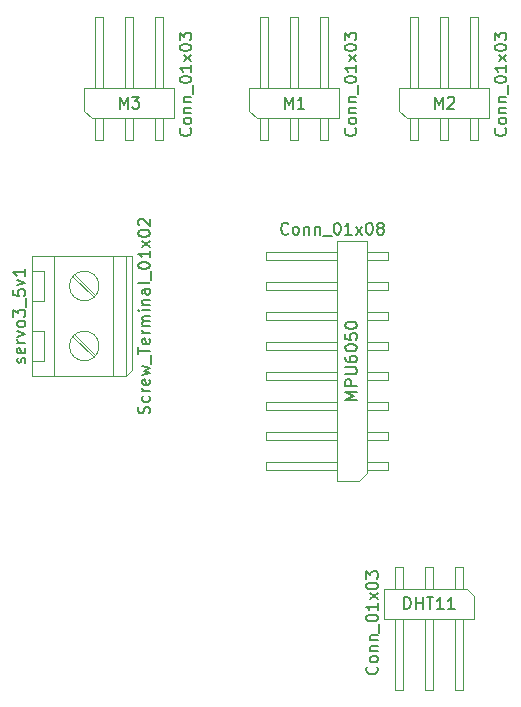
<source format=gbr>
G04 #@! TF.GenerationSoftware,KiCad,Pcbnew,(5.1.5)-3*
G04 #@! TF.CreationDate,2020-03-16T13:29:13+00:00*
G04 #@! TF.ProjectId,pcb schem,70636220-7363-4686-956d-2e6b69636164,rev?*
G04 #@! TF.SameCoordinates,Original*
G04 #@! TF.FileFunction,Other,Fab,Top*
%FSLAX46Y46*%
G04 Gerber Fmt 4.6, Leading zero omitted, Abs format (unit mm)*
G04 Created by KiCad (PCBNEW (5.1.5)-3) date 2020-03-16 13:29:13*
%MOMM*%
%LPD*%
G04 APERTURE LIST*
%ADD10C,0.100000*%
%ADD11C,0.150000*%
G04 APERTURE END LIST*
D10*
X131850000Y-83500000D02*
X125850000Y-83500000D01*
X125850000Y-84140000D02*
X125850000Y-83500000D01*
X131850000Y-84140000D02*
X125850000Y-84140000D01*
X136210000Y-83500000D02*
X134390000Y-83500000D01*
X136210000Y-84140000D02*
X136210000Y-83500000D01*
X136210000Y-84140000D02*
X134390000Y-84140000D01*
X131850000Y-86040000D02*
X125850000Y-86040000D01*
X125850000Y-86680000D02*
X125850000Y-86040000D01*
X131850000Y-86680000D02*
X125850000Y-86680000D01*
X136210000Y-86040000D02*
X134390000Y-86040000D01*
X136210000Y-86680000D02*
X136210000Y-86040000D01*
X136210000Y-86680000D02*
X134390000Y-86680000D01*
X131850000Y-88580000D02*
X125850000Y-88580000D01*
X125850000Y-89220000D02*
X125850000Y-88580000D01*
X131850000Y-89220000D02*
X125850000Y-89220000D01*
X136210000Y-88580000D02*
X134390000Y-88580000D01*
X136210000Y-89220000D02*
X136210000Y-88580000D01*
X136210000Y-89220000D02*
X134390000Y-89220000D01*
X131850000Y-91120000D02*
X125850000Y-91120000D01*
X125850000Y-91760000D02*
X125850000Y-91120000D01*
X131850000Y-91760000D02*
X125850000Y-91760000D01*
X136210000Y-91120000D02*
X134390000Y-91120000D01*
X136210000Y-91760000D02*
X136210000Y-91120000D01*
X136210000Y-91760000D02*
X134390000Y-91760000D01*
X131850000Y-93660000D02*
X125850000Y-93660000D01*
X125850000Y-94300000D02*
X125850000Y-93660000D01*
X131850000Y-94300000D02*
X125850000Y-94300000D01*
X136210000Y-93660000D02*
X134390000Y-93660000D01*
X136210000Y-94300000D02*
X136210000Y-93660000D01*
X136210000Y-94300000D02*
X134390000Y-94300000D01*
X131850000Y-96200000D02*
X125850000Y-96200000D01*
X125850000Y-96840000D02*
X125850000Y-96200000D01*
X131850000Y-96840000D02*
X125850000Y-96840000D01*
X136210000Y-96200000D02*
X134390000Y-96200000D01*
X136210000Y-96840000D02*
X136210000Y-96200000D01*
X136210000Y-96840000D02*
X134390000Y-96840000D01*
X131850000Y-98740000D02*
X125850000Y-98740000D01*
X125850000Y-99380000D02*
X125850000Y-98740000D01*
X131850000Y-99380000D02*
X125850000Y-99380000D01*
X136210000Y-98740000D02*
X134390000Y-98740000D01*
X136210000Y-99380000D02*
X136210000Y-98740000D01*
X136210000Y-99380000D02*
X134390000Y-99380000D01*
X131850000Y-101280000D02*
X125850000Y-101280000D01*
X125850000Y-101920000D02*
X125850000Y-101280000D01*
X131850000Y-101920000D02*
X125850000Y-101920000D01*
X136210000Y-101280000D02*
X134390000Y-101280000D01*
X136210000Y-101920000D02*
X136210000Y-101280000D01*
X136210000Y-101920000D02*
X134390000Y-101920000D01*
X134390000Y-102235000D02*
X133755000Y-102870000D01*
X134390000Y-82550000D02*
X134390000Y-102235000D01*
X131850000Y-82550000D02*
X134390000Y-82550000D01*
X131850000Y-102870000D02*
X131850000Y-82550000D01*
X133755000Y-102870000D02*
X131850000Y-102870000D01*
X106090000Y-85110000D02*
X106090000Y-87610000D01*
X107090000Y-85110000D02*
X106090000Y-85110000D01*
X107090000Y-87610000D02*
X107090000Y-85110000D01*
X106090000Y-87610000D02*
X107090000Y-87610000D01*
X109542000Y-85564000D02*
X111286000Y-87308000D01*
X109694000Y-85411000D02*
X111438000Y-87155000D01*
X106090000Y-90190000D02*
X106090000Y-92690000D01*
X107090000Y-90190000D02*
X106090000Y-90190000D01*
X107090000Y-92690000D02*
X107090000Y-90190000D01*
X106090000Y-92690000D02*
X107090000Y-92690000D01*
X109542000Y-90644000D02*
X111286000Y-92389000D01*
X109694000Y-90491000D02*
X111438000Y-92236000D01*
X107940000Y-93980000D02*
X107940000Y-83820000D01*
X112940000Y-93980000D02*
X112940000Y-83820000D01*
X114040000Y-93980000D02*
X114040000Y-83820000D01*
X114040000Y-93980000D02*
X106090000Y-93980000D01*
X114540000Y-93480000D02*
X114040000Y-93980000D01*
X114540000Y-83820000D02*
X114540000Y-93480000D01*
X106090000Y-83820000D02*
X114540000Y-83820000D01*
X106090000Y-93980000D02*
X106090000Y-83820000D01*
X111740000Y-86360000D02*
G75*
G03X111740000Y-86360000I-1250000J0D01*
G01*
X111740000Y-91440000D02*
G75*
G03X111740000Y-91440000I-1250000J0D01*
G01*
X117160000Y-69620000D02*
X117160000Y-63620000D01*
X116520000Y-63620000D02*
X117160000Y-63620000D01*
X116520000Y-69620000D02*
X116520000Y-63620000D01*
X117160000Y-73980000D02*
X117160000Y-72160000D01*
X116520000Y-73980000D02*
X117160000Y-73980000D01*
X116520000Y-73980000D02*
X116520000Y-72160000D01*
X114620000Y-69620000D02*
X114620000Y-63620000D01*
X113980000Y-63620000D02*
X114620000Y-63620000D01*
X113980000Y-69620000D02*
X113980000Y-63620000D01*
X114620000Y-73980000D02*
X114620000Y-72160000D01*
X113980000Y-73980000D02*
X114620000Y-73980000D01*
X113980000Y-73980000D02*
X113980000Y-72160000D01*
X112080000Y-69620000D02*
X112080000Y-63620000D01*
X111440000Y-63620000D02*
X112080000Y-63620000D01*
X111440000Y-69620000D02*
X111440000Y-63620000D01*
X112080000Y-73980000D02*
X112080000Y-72160000D01*
X111440000Y-73980000D02*
X112080000Y-73980000D01*
X111440000Y-73980000D02*
X111440000Y-72160000D01*
X111125000Y-72160000D02*
X110490000Y-71525000D01*
X118110000Y-72160000D02*
X111125000Y-72160000D01*
X118110000Y-69620000D02*
X118110000Y-72160000D01*
X110490000Y-69620000D02*
X118110000Y-69620000D01*
X110490000Y-71525000D02*
X110490000Y-69620000D01*
X143830000Y-69620000D02*
X143830000Y-63620000D01*
X143190000Y-63620000D02*
X143830000Y-63620000D01*
X143190000Y-69620000D02*
X143190000Y-63620000D01*
X143830000Y-73980000D02*
X143830000Y-72160000D01*
X143190000Y-73980000D02*
X143830000Y-73980000D01*
X143190000Y-73980000D02*
X143190000Y-72160000D01*
X141290000Y-69620000D02*
X141290000Y-63620000D01*
X140650000Y-63620000D02*
X141290000Y-63620000D01*
X140650000Y-69620000D02*
X140650000Y-63620000D01*
X141290000Y-73980000D02*
X141290000Y-72160000D01*
X140650000Y-73980000D02*
X141290000Y-73980000D01*
X140650000Y-73980000D02*
X140650000Y-72160000D01*
X138750000Y-69620000D02*
X138750000Y-63620000D01*
X138110000Y-63620000D02*
X138750000Y-63620000D01*
X138110000Y-69620000D02*
X138110000Y-63620000D01*
X138750000Y-73980000D02*
X138750000Y-72160000D01*
X138110000Y-73980000D02*
X138750000Y-73980000D01*
X138110000Y-73980000D02*
X138110000Y-72160000D01*
X137795000Y-72160000D02*
X137160000Y-71525000D01*
X144780000Y-72160000D02*
X137795000Y-72160000D01*
X144780000Y-69620000D02*
X144780000Y-72160000D01*
X137160000Y-69620000D02*
X144780000Y-69620000D01*
X137160000Y-71525000D02*
X137160000Y-69620000D01*
X131130000Y-69620000D02*
X131130000Y-63620000D01*
X130490000Y-63620000D02*
X131130000Y-63620000D01*
X130490000Y-69620000D02*
X130490000Y-63620000D01*
X131130000Y-73980000D02*
X131130000Y-72160000D01*
X130490000Y-73980000D02*
X131130000Y-73980000D01*
X130490000Y-73980000D02*
X130490000Y-72160000D01*
X128590000Y-69620000D02*
X128590000Y-63620000D01*
X127950000Y-63620000D02*
X128590000Y-63620000D01*
X127950000Y-69620000D02*
X127950000Y-63620000D01*
X128590000Y-73980000D02*
X128590000Y-72160000D01*
X127950000Y-73980000D02*
X128590000Y-73980000D01*
X127950000Y-73980000D02*
X127950000Y-72160000D01*
X126050000Y-69620000D02*
X126050000Y-63620000D01*
X125410000Y-63620000D02*
X126050000Y-63620000D01*
X125410000Y-69620000D02*
X125410000Y-63620000D01*
X126050000Y-73980000D02*
X126050000Y-72160000D01*
X125410000Y-73980000D02*
X126050000Y-73980000D01*
X125410000Y-73980000D02*
X125410000Y-72160000D01*
X125095000Y-72160000D02*
X124460000Y-71525000D01*
X132080000Y-72160000D02*
X125095000Y-72160000D01*
X132080000Y-69620000D02*
X132080000Y-72160000D01*
X124460000Y-69620000D02*
X132080000Y-69620000D01*
X124460000Y-71525000D02*
X124460000Y-69620000D01*
X136840000Y-114530000D02*
X136840000Y-120530000D01*
X137480000Y-120530000D02*
X136840000Y-120530000D01*
X137480000Y-114530000D02*
X137480000Y-120530000D01*
X136840000Y-110170000D02*
X136840000Y-111990000D01*
X137480000Y-110170000D02*
X136840000Y-110170000D01*
X137480000Y-110170000D02*
X137480000Y-111990000D01*
X139380000Y-114530000D02*
X139380000Y-120530000D01*
X140020000Y-120530000D02*
X139380000Y-120530000D01*
X140020000Y-114530000D02*
X140020000Y-120530000D01*
X139380000Y-110170000D02*
X139380000Y-111990000D01*
X140020000Y-110170000D02*
X139380000Y-110170000D01*
X140020000Y-110170000D02*
X140020000Y-111990000D01*
X141920000Y-114530000D02*
X141920000Y-120530000D01*
X142560000Y-120530000D02*
X141920000Y-120530000D01*
X142560000Y-114530000D02*
X142560000Y-120530000D01*
X141920000Y-110170000D02*
X141920000Y-111990000D01*
X142560000Y-110170000D02*
X141920000Y-110170000D01*
X142560000Y-110170000D02*
X142560000Y-111990000D01*
X142875000Y-111990000D02*
X143510000Y-112625000D01*
X135890000Y-111990000D02*
X142875000Y-111990000D01*
X135890000Y-114530000D02*
X135890000Y-111990000D01*
X143510000Y-114530000D02*
X135890000Y-114530000D01*
X143510000Y-112625000D02*
X143510000Y-114530000D01*
D11*
X127766904Y-81907142D02*
X127719285Y-81954761D01*
X127576428Y-82002380D01*
X127481190Y-82002380D01*
X127338333Y-81954761D01*
X127243095Y-81859523D01*
X127195476Y-81764285D01*
X127147857Y-81573809D01*
X127147857Y-81430952D01*
X127195476Y-81240476D01*
X127243095Y-81145238D01*
X127338333Y-81050000D01*
X127481190Y-81002380D01*
X127576428Y-81002380D01*
X127719285Y-81050000D01*
X127766904Y-81097619D01*
X128338333Y-82002380D02*
X128243095Y-81954761D01*
X128195476Y-81907142D01*
X128147857Y-81811904D01*
X128147857Y-81526190D01*
X128195476Y-81430952D01*
X128243095Y-81383333D01*
X128338333Y-81335714D01*
X128481190Y-81335714D01*
X128576428Y-81383333D01*
X128624047Y-81430952D01*
X128671666Y-81526190D01*
X128671666Y-81811904D01*
X128624047Y-81907142D01*
X128576428Y-81954761D01*
X128481190Y-82002380D01*
X128338333Y-82002380D01*
X129100238Y-81335714D02*
X129100238Y-82002380D01*
X129100238Y-81430952D02*
X129147857Y-81383333D01*
X129243095Y-81335714D01*
X129385952Y-81335714D01*
X129481190Y-81383333D01*
X129528809Y-81478571D01*
X129528809Y-82002380D01*
X130005000Y-81335714D02*
X130005000Y-82002380D01*
X130005000Y-81430952D02*
X130052619Y-81383333D01*
X130147857Y-81335714D01*
X130290714Y-81335714D01*
X130385952Y-81383333D01*
X130433571Y-81478571D01*
X130433571Y-82002380D01*
X130671666Y-82097619D02*
X131433571Y-82097619D01*
X131862142Y-81002380D02*
X131957380Y-81002380D01*
X132052619Y-81050000D01*
X132100238Y-81097619D01*
X132147857Y-81192857D01*
X132195476Y-81383333D01*
X132195476Y-81621428D01*
X132147857Y-81811904D01*
X132100238Y-81907142D01*
X132052619Y-81954761D01*
X131957380Y-82002380D01*
X131862142Y-82002380D01*
X131766904Y-81954761D01*
X131719285Y-81907142D01*
X131671666Y-81811904D01*
X131624047Y-81621428D01*
X131624047Y-81383333D01*
X131671666Y-81192857D01*
X131719285Y-81097619D01*
X131766904Y-81050000D01*
X131862142Y-81002380D01*
X133147857Y-82002380D02*
X132576428Y-82002380D01*
X132862142Y-82002380D02*
X132862142Y-81002380D01*
X132766904Y-81145238D01*
X132671666Y-81240476D01*
X132576428Y-81288095D01*
X133481190Y-82002380D02*
X134005000Y-81335714D01*
X133481190Y-81335714D02*
X134005000Y-82002380D01*
X134576428Y-81002380D02*
X134671666Y-81002380D01*
X134766904Y-81050000D01*
X134814523Y-81097619D01*
X134862142Y-81192857D01*
X134909761Y-81383333D01*
X134909761Y-81621428D01*
X134862142Y-81811904D01*
X134814523Y-81907142D01*
X134766904Y-81954761D01*
X134671666Y-82002380D01*
X134576428Y-82002380D01*
X134481190Y-81954761D01*
X134433571Y-81907142D01*
X134385952Y-81811904D01*
X134338333Y-81621428D01*
X134338333Y-81383333D01*
X134385952Y-81192857D01*
X134433571Y-81097619D01*
X134481190Y-81050000D01*
X134576428Y-81002380D01*
X135481190Y-81430952D02*
X135385952Y-81383333D01*
X135338333Y-81335714D01*
X135290714Y-81240476D01*
X135290714Y-81192857D01*
X135338333Y-81097619D01*
X135385952Y-81050000D01*
X135481190Y-81002380D01*
X135671666Y-81002380D01*
X135766904Y-81050000D01*
X135814523Y-81097619D01*
X135862142Y-81192857D01*
X135862142Y-81240476D01*
X135814523Y-81335714D01*
X135766904Y-81383333D01*
X135671666Y-81430952D01*
X135481190Y-81430952D01*
X135385952Y-81478571D01*
X135338333Y-81526190D01*
X135290714Y-81621428D01*
X135290714Y-81811904D01*
X135338333Y-81907142D01*
X135385952Y-81954761D01*
X135481190Y-82002380D01*
X135671666Y-82002380D01*
X135766904Y-81954761D01*
X135814523Y-81907142D01*
X135862142Y-81811904D01*
X135862142Y-81621428D01*
X135814523Y-81526190D01*
X135766904Y-81478571D01*
X135671666Y-81430952D01*
X133572380Y-95971904D02*
X132572380Y-95971904D01*
X133286666Y-95638571D01*
X132572380Y-95305238D01*
X133572380Y-95305238D01*
X133572380Y-94829047D02*
X132572380Y-94829047D01*
X132572380Y-94448095D01*
X132620000Y-94352857D01*
X132667619Y-94305238D01*
X132762857Y-94257619D01*
X132905714Y-94257619D01*
X133000952Y-94305238D01*
X133048571Y-94352857D01*
X133096190Y-94448095D01*
X133096190Y-94829047D01*
X132572380Y-93829047D02*
X133381904Y-93829047D01*
X133477142Y-93781428D01*
X133524761Y-93733809D01*
X133572380Y-93638571D01*
X133572380Y-93448095D01*
X133524761Y-93352857D01*
X133477142Y-93305238D01*
X133381904Y-93257619D01*
X132572380Y-93257619D01*
X132572380Y-92352857D02*
X132572380Y-92543333D01*
X132620000Y-92638571D01*
X132667619Y-92686190D01*
X132810476Y-92781428D01*
X133000952Y-92829047D01*
X133381904Y-92829047D01*
X133477142Y-92781428D01*
X133524761Y-92733809D01*
X133572380Y-92638571D01*
X133572380Y-92448095D01*
X133524761Y-92352857D01*
X133477142Y-92305238D01*
X133381904Y-92257619D01*
X133143809Y-92257619D01*
X133048571Y-92305238D01*
X133000952Y-92352857D01*
X132953333Y-92448095D01*
X132953333Y-92638571D01*
X133000952Y-92733809D01*
X133048571Y-92781428D01*
X133143809Y-92829047D01*
X132572380Y-91638571D02*
X132572380Y-91543333D01*
X132620000Y-91448095D01*
X132667619Y-91400476D01*
X132762857Y-91352857D01*
X132953333Y-91305238D01*
X133191428Y-91305238D01*
X133381904Y-91352857D01*
X133477142Y-91400476D01*
X133524761Y-91448095D01*
X133572380Y-91543333D01*
X133572380Y-91638571D01*
X133524761Y-91733809D01*
X133477142Y-91781428D01*
X133381904Y-91829047D01*
X133191428Y-91876666D01*
X132953333Y-91876666D01*
X132762857Y-91829047D01*
X132667619Y-91781428D01*
X132620000Y-91733809D01*
X132572380Y-91638571D01*
X132572380Y-90400476D02*
X132572380Y-90876666D01*
X133048571Y-90924285D01*
X133000952Y-90876666D01*
X132953333Y-90781428D01*
X132953333Y-90543333D01*
X133000952Y-90448095D01*
X133048571Y-90400476D01*
X133143809Y-90352857D01*
X133381904Y-90352857D01*
X133477142Y-90400476D01*
X133524761Y-90448095D01*
X133572380Y-90543333D01*
X133572380Y-90781428D01*
X133524761Y-90876666D01*
X133477142Y-90924285D01*
X132572380Y-89733809D02*
X132572380Y-89638571D01*
X132620000Y-89543333D01*
X132667619Y-89495714D01*
X132762857Y-89448095D01*
X132953333Y-89400476D01*
X133191428Y-89400476D01*
X133381904Y-89448095D01*
X133477142Y-89495714D01*
X133524761Y-89543333D01*
X133572380Y-89638571D01*
X133572380Y-89733809D01*
X133524761Y-89829047D01*
X133477142Y-89876666D01*
X133381904Y-89924285D01*
X133191428Y-89971904D01*
X132953333Y-89971904D01*
X132762857Y-89924285D01*
X132667619Y-89876666D01*
X132620000Y-89829047D01*
X132572380Y-89733809D01*
X116004761Y-97138095D02*
X116052380Y-96995238D01*
X116052380Y-96757142D01*
X116004761Y-96661904D01*
X115957142Y-96614285D01*
X115861904Y-96566666D01*
X115766666Y-96566666D01*
X115671428Y-96614285D01*
X115623809Y-96661904D01*
X115576190Y-96757142D01*
X115528571Y-96947619D01*
X115480952Y-97042857D01*
X115433333Y-97090476D01*
X115338095Y-97138095D01*
X115242857Y-97138095D01*
X115147619Y-97090476D01*
X115100000Y-97042857D01*
X115052380Y-96947619D01*
X115052380Y-96709523D01*
X115100000Y-96566666D01*
X116004761Y-95709523D02*
X116052380Y-95804761D01*
X116052380Y-95995238D01*
X116004761Y-96090476D01*
X115957142Y-96138095D01*
X115861904Y-96185714D01*
X115576190Y-96185714D01*
X115480952Y-96138095D01*
X115433333Y-96090476D01*
X115385714Y-95995238D01*
X115385714Y-95804761D01*
X115433333Y-95709523D01*
X116052380Y-95280952D02*
X115385714Y-95280952D01*
X115576190Y-95280952D02*
X115480952Y-95233333D01*
X115433333Y-95185714D01*
X115385714Y-95090476D01*
X115385714Y-94995238D01*
X116004761Y-94280952D02*
X116052380Y-94376190D01*
X116052380Y-94566666D01*
X116004761Y-94661904D01*
X115909523Y-94709523D01*
X115528571Y-94709523D01*
X115433333Y-94661904D01*
X115385714Y-94566666D01*
X115385714Y-94376190D01*
X115433333Y-94280952D01*
X115528571Y-94233333D01*
X115623809Y-94233333D01*
X115719047Y-94709523D01*
X115385714Y-93900000D02*
X116052380Y-93709523D01*
X115576190Y-93519047D01*
X116052380Y-93328571D01*
X115385714Y-93138095D01*
X116147619Y-92995238D02*
X116147619Y-92233333D01*
X115052380Y-92138095D02*
X115052380Y-91566666D01*
X116052380Y-91852380D02*
X115052380Y-91852380D01*
X116004761Y-90852380D02*
X116052380Y-90947619D01*
X116052380Y-91138095D01*
X116004761Y-91233333D01*
X115909523Y-91280952D01*
X115528571Y-91280952D01*
X115433333Y-91233333D01*
X115385714Y-91138095D01*
X115385714Y-90947619D01*
X115433333Y-90852380D01*
X115528571Y-90804761D01*
X115623809Y-90804761D01*
X115719047Y-91280952D01*
X116052380Y-90376190D02*
X115385714Y-90376190D01*
X115576190Y-90376190D02*
X115480952Y-90328571D01*
X115433333Y-90280952D01*
X115385714Y-90185714D01*
X115385714Y-90090476D01*
X116052380Y-89757142D02*
X115385714Y-89757142D01*
X115480952Y-89757142D02*
X115433333Y-89709523D01*
X115385714Y-89614285D01*
X115385714Y-89471428D01*
X115433333Y-89376190D01*
X115528571Y-89328571D01*
X116052380Y-89328571D01*
X115528571Y-89328571D02*
X115433333Y-89280952D01*
X115385714Y-89185714D01*
X115385714Y-89042857D01*
X115433333Y-88947619D01*
X115528571Y-88900000D01*
X116052380Y-88900000D01*
X116052380Y-88423809D02*
X115385714Y-88423809D01*
X115052380Y-88423809D02*
X115100000Y-88471428D01*
X115147619Y-88423809D01*
X115100000Y-88376190D01*
X115052380Y-88423809D01*
X115147619Y-88423809D01*
X115385714Y-87947619D02*
X116052380Y-87947619D01*
X115480952Y-87947619D02*
X115433333Y-87900000D01*
X115385714Y-87804761D01*
X115385714Y-87661904D01*
X115433333Y-87566666D01*
X115528571Y-87519047D01*
X116052380Y-87519047D01*
X116052380Y-86614285D02*
X115528571Y-86614285D01*
X115433333Y-86661904D01*
X115385714Y-86757142D01*
X115385714Y-86947619D01*
X115433333Y-87042857D01*
X116004761Y-86614285D02*
X116052380Y-86709523D01*
X116052380Y-86947619D01*
X116004761Y-87042857D01*
X115909523Y-87090476D01*
X115814285Y-87090476D01*
X115719047Y-87042857D01*
X115671428Y-86947619D01*
X115671428Y-86709523D01*
X115623809Y-86614285D01*
X116052380Y-85995238D02*
X116004761Y-86090476D01*
X115909523Y-86138095D01*
X115052380Y-86138095D01*
X116147619Y-85852380D02*
X116147619Y-85090476D01*
X115052380Y-84661904D02*
X115052380Y-84566666D01*
X115100000Y-84471428D01*
X115147619Y-84423809D01*
X115242857Y-84376190D01*
X115433333Y-84328571D01*
X115671428Y-84328571D01*
X115861904Y-84376190D01*
X115957142Y-84423809D01*
X116004761Y-84471428D01*
X116052380Y-84566666D01*
X116052380Y-84661904D01*
X116004761Y-84757142D01*
X115957142Y-84804761D01*
X115861904Y-84852380D01*
X115671428Y-84900000D01*
X115433333Y-84900000D01*
X115242857Y-84852380D01*
X115147619Y-84804761D01*
X115100000Y-84757142D01*
X115052380Y-84661904D01*
X116052380Y-83376190D02*
X116052380Y-83947619D01*
X116052380Y-83661904D02*
X115052380Y-83661904D01*
X115195238Y-83757142D01*
X115290476Y-83852380D01*
X115338095Y-83947619D01*
X116052380Y-83042857D02*
X115385714Y-82519047D01*
X115385714Y-83042857D02*
X116052380Y-82519047D01*
X115052380Y-81947619D02*
X115052380Y-81852380D01*
X115100000Y-81757142D01*
X115147619Y-81709523D01*
X115242857Y-81661904D01*
X115433333Y-81614285D01*
X115671428Y-81614285D01*
X115861904Y-81661904D01*
X115957142Y-81709523D01*
X116004761Y-81757142D01*
X116052380Y-81852380D01*
X116052380Y-81947619D01*
X116004761Y-82042857D01*
X115957142Y-82090476D01*
X115861904Y-82138095D01*
X115671428Y-82185714D01*
X115433333Y-82185714D01*
X115242857Y-82138095D01*
X115147619Y-82090476D01*
X115100000Y-82042857D01*
X115052380Y-81947619D01*
X115147619Y-81233333D02*
X115100000Y-81185714D01*
X115052380Y-81090476D01*
X115052380Y-80852380D01*
X115100000Y-80757142D01*
X115147619Y-80709523D01*
X115242857Y-80661904D01*
X115338095Y-80661904D01*
X115480952Y-80709523D01*
X116052380Y-81280952D01*
X116052380Y-80661904D01*
X105434761Y-92876190D02*
X105482380Y-92780952D01*
X105482380Y-92590476D01*
X105434761Y-92495238D01*
X105339523Y-92447619D01*
X105291904Y-92447619D01*
X105196666Y-92495238D01*
X105149047Y-92590476D01*
X105149047Y-92733333D01*
X105101428Y-92828571D01*
X105006190Y-92876190D01*
X104958571Y-92876190D01*
X104863333Y-92828571D01*
X104815714Y-92733333D01*
X104815714Y-92590476D01*
X104863333Y-92495238D01*
X105434761Y-91638095D02*
X105482380Y-91733333D01*
X105482380Y-91923809D01*
X105434761Y-92019047D01*
X105339523Y-92066666D01*
X104958571Y-92066666D01*
X104863333Y-92019047D01*
X104815714Y-91923809D01*
X104815714Y-91733333D01*
X104863333Y-91638095D01*
X104958571Y-91590476D01*
X105053809Y-91590476D01*
X105149047Y-92066666D01*
X105482380Y-91161904D02*
X104815714Y-91161904D01*
X105006190Y-91161904D02*
X104910952Y-91114285D01*
X104863333Y-91066666D01*
X104815714Y-90971428D01*
X104815714Y-90876190D01*
X104815714Y-90638095D02*
X105482380Y-90400000D01*
X104815714Y-90161904D01*
X105482380Y-89638095D02*
X105434761Y-89733333D01*
X105387142Y-89780952D01*
X105291904Y-89828571D01*
X105006190Y-89828571D01*
X104910952Y-89780952D01*
X104863333Y-89733333D01*
X104815714Y-89638095D01*
X104815714Y-89495238D01*
X104863333Y-89400000D01*
X104910952Y-89352380D01*
X105006190Y-89304761D01*
X105291904Y-89304761D01*
X105387142Y-89352380D01*
X105434761Y-89400000D01*
X105482380Y-89495238D01*
X105482380Y-89638095D01*
X104482380Y-88971428D02*
X104482380Y-88352380D01*
X104863333Y-88685714D01*
X104863333Y-88542857D01*
X104910952Y-88447619D01*
X104958571Y-88400000D01*
X105053809Y-88352380D01*
X105291904Y-88352380D01*
X105387142Y-88400000D01*
X105434761Y-88447619D01*
X105482380Y-88542857D01*
X105482380Y-88828571D01*
X105434761Y-88923809D01*
X105387142Y-88971428D01*
X105577619Y-88161904D02*
X105577619Y-87400000D01*
X104482380Y-86685714D02*
X104482380Y-87161904D01*
X104958571Y-87209523D01*
X104910952Y-87161904D01*
X104863333Y-87066666D01*
X104863333Y-86828571D01*
X104910952Y-86733333D01*
X104958571Y-86685714D01*
X105053809Y-86638095D01*
X105291904Y-86638095D01*
X105387142Y-86685714D01*
X105434761Y-86733333D01*
X105482380Y-86828571D01*
X105482380Y-87066666D01*
X105434761Y-87161904D01*
X105387142Y-87209523D01*
X104815714Y-86304761D02*
X105482380Y-86066666D01*
X104815714Y-85828571D01*
X105482380Y-84923809D02*
X105482380Y-85495238D01*
X105482380Y-85209523D02*
X104482380Y-85209523D01*
X104625238Y-85304761D01*
X104720476Y-85400000D01*
X104768095Y-85495238D01*
X119467142Y-73013095D02*
X119514761Y-73060714D01*
X119562380Y-73203571D01*
X119562380Y-73298809D01*
X119514761Y-73441666D01*
X119419523Y-73536904D01*
X119324285Y-73584523D01*
X119133809Y-73632142D01*
X118990952Y-73632142D01*
X118800476Y-73584523D01*
X118705238Y-73536904D01*
X118610000Y-73441666D01*
X118562380Y-73298809D01*
X118562380Y-73203571D01*
X118610000Y-73060714D01*
X118657619Y-73013095D01*
X119562380Y-72441666D02*
X119514761Y-72536904D01*
X119467142Y-72584523D01*
X119371904Y-72632142D01*
X119086190Y-72632142D01*
X118990952Y-72584523D01*
X118943333Y-72536904D01*
X118895714Y-72441666D01*
X118895714Y-72298809D01*
X118943333Y-72203571D01*
X118990952Y-72155952D01*
X119086190Y-72108333D01*
X119371904Y-72108333D01*
X119467142Y-72155952D01*
X119514761Y-72203571D01*
X119562380Y-72298809D01*
X119562380Y-72441666D01*
X118895714Y-71679761D02*
X119562380Y-71679761D01*
X118990952Y-71679761D02*
X118943333Y-71632142D01*
X118895714Y-71536904D01*
X118895714Y-71394047D01*
X118943333Y-71298809D01*
X119038571Y-71251190D01*
X119562380Y-71251190D01*
X118895714Y-70775000D02*
X119562380Y-70775000D01*
X118990952Y-70775000D02*
X118943333Y-70727380D01*
X118895714Y-70632142D01*
X118895714Y-70489285D01*
X118943333Y-70394047D01*
X119038571Y-70346428D01*
X119562380Y-70346428D01*
X119657619Y-70108333D02*
X119657619Y-69346428D01*
X118562380Y-68917857D02*
X118562380Y-68822619D01*
X118610000Y-68727380D01*
X118657619Y-68679761D01*
X118752857Y-68632142D01*
X118943333Y-68584523D01*
X119181428Y-68584523D01*
X119371904Y-68632142D01*
X119467142Y-68679761D01*
X119514761Y-68727380D01*
X119562380Y-68822619D01*
X119562380Y-68917857D01*
X119514761Y-69013095D01*
X119467142Y-69060714D01*
X119371904Y-69108333D01*
X119181428Y-69155952D01*
X118943333Y-69155952D01*
X118752857Y-69108333D01*
X118657619Y-69060714D01*
X118610000Y-69013095D01*
X118562380Y-68917857D01*
X119562380Y-67632142D02*
X119562380Y-68203571D01*
X119562380Y-67917857D02*
X118562380Y-67917857D01*
X118705238Y-68013095D01*
X118800476Y-68108333D01*
X118848095Y-68203571D01*
X119562380Y-67298809D02*
X118895714Y-66775000D01*
X118895714Y-67298809D02*
X119562380Y-66775000D01*
X118562380Y-66203571D02*
X118562380Y-66108333D01*
X118610000Y-66013095D01*
X118657619Y-65965476D01*
X118752857Y-65917857D01*
X118943333Y-65870238D01*
X119181428Y-65870238D01*
X119371904Y-65917857D01*
X119467142Y-65965476D01*
X119514761Y-66013095D01*
X119562380Y-66108333D01*
X119562380Y-66203571D01*
X119514761Y-66298809D01*
X119467142Y-66346428D01*
X119371904Y-66394047D01*
X119181428Y-66441666D01*
X118943333Y-66441666D01*
X118752857Y-66394047D01*
X118657619Y-66346428D01*
X118610000Y-66298809D01*
X118562380Y-66203571D01*
X118562380Y-65536904D02*
X118562380Y-64917857D01*
X118943333Y-65251190D01*
X118943333Y-65108333D01*
X118990952Y-65013095D01*
X119038571Y-64965476D01*
X119133809Y-64917857D01*
X119371904Y-64917857D01*
X119467142Y-64965476D01*
X119514761Y-65013095D01*
X119562380Y-65108333D01*
X119562380Y-65394047D01*
X119514761Y-65489285D01*
X119467142Y-65536904D01*
X113490476Y-71342380D02*
X113490476Y-70342380D01*
X113823809Y-71056666D01*
X114157142Y-70342380D01*
X114157142Y-71342380D01*
X114538095Y-70342380D02*
X115157142Y-70342380D01*
X114823809Y-70723333D01*
X114966666Y-70723333D01*
X115061904Y-70770952D01*
X115109523Y-70818571D01*
X115157142Y-70913809D01*
X115157142Y-71151904D01*
X115109523Y-71247142D01*
X115061904Y-71294761D01*
X114966666Y-71342380D01*
X114680952Y-71342380D01*
X114585714Y-71294761D01*
X114538095Y-71247142D01*
X146137142Y-73013095D02*
X146184761Y-73060714D01*
X146232380Y-73203571D01*
X146232380Y-73298809D01*
X146184761Y-73441666D01*
X146089523Y-73536904D01*
X145994285Y-73584523D01*
X145803809Y-73632142D01*
X145660952Y-73632142D01*
X145470476Y-73584523D01*
X145375238Y-73536904D01*
X145280000Y-73441666D01*
X145232380Y-73298809D01*
X145232380Y-73203571D01*
X145280000Y-73060714D01*
X145327619Y-73013095D01*
X146232380Y-72441666D02*
X146184761Y-72536904D01*
X146137142Y-72584523D01*
X146041904Y-72632142D01*
X145756190Y-72632142D01*
X145660952Y-72584523D01*
X145613333Y-72536904D01*
X145565714Y-72441666D01*
X145565714Y-72298809D01*
X145613333Y-72203571D01*
X145660952Y-72155952D01*
X145756190Y-72108333D01*
X146041904Y-72108333D01*
X146137142Y-72155952D01*
X146184761Y-72203571D01*
X146232380Y-72298809D01*
X146232380Y-72441666D01*
X145565714Y-71679761D02*
X146232380Y-71679761D01*
X145660952Y-71679761D02*
X145613333Y-71632142D01*
X145565714Y-71536904D01*
X145565714Y-71394047D01*
X145613333Y-71298809D01*
X145708571Y-71251190D01*
X146232380Y-71251190D01*
X145565714Y-70775000D02*
X146232380Y-70775000D01*
X145660952Y-70775000D02*
X145613333Y-70727380D01*
X145565714Y-70632142D01*
X145565714Y-70489285D01*
X145613333Y-70394047D01*
X145708571Y-70346428D01*
X146232380Y-70346428D01*
X146327619Y-70108333D02*
X146327619Y-69346428D01*
X145232380Y-68917857D02*
X145232380Y-68822619D01*
X145280000Y-68727380D01*
X145327619Y-68679761D01*
X145422857Y-68632142D01*
X145613333Y-68584523D01*
X145851428Y-68584523D01*
X146041904Y-68632142D01*
X146137142Y-68679761D01*
X146184761Y-68727380D01*
X146232380Y-68822619D01*
X146232380Y-68917857D01*
X146184761Y-69013095D01*
X146137142Y-69060714D01*
X146041904Y-69108333D01*
X145851428Y-69155952D01*
X145613333Y-69155952D01*
X145422857Y-69108333D01*
X145327619Y-69060714D01*
X145280000Y-69013095D01*
X145232380Y-68917857D01*
X146232380Y-67632142D02*
X146232380Y-68203571D01*
X146232380Y-67917857D02*
X145232380Y-67917857D01*
X145375238Y-68013095D01*
X145470476Y-68108333D01*
X145518095Y-68203571D01*
X146232380Y-67298809D02*
X145565714Y-66775000D01*
X145565714Y-67298809D02*
X146232380Y-66775000D01*
X145232380Y-66203571D02*
X145232380Y-66108333D01*
X145280000Y-66013095D01*
X145327619Y-65965476D01*
X145422857Y-65917857D01*
X145613333Y-65870238D01*
X145851428Y-65870238D01*
X146041904Y-65917857D01*
X146137142Y-65965476D01*
X146184761Y-66013095D01*
X146232380Y-66108333D01*
X146232380Y-66203571D01*
X146184761Y-66298809D01*
X146137142Y-66346428D01*
X146041904Y-66394047D01*
X145851428Y-66441666D01*
X145613333Y-66441666D01*
X145422857Y-66394047D01*
X145327619Y-66346428D01*
X145280000Y-66298809D01*
X145232380Y-66203571D01*
X145232380Y-65536904D02*
X145232380Y-64917857D01*
X145613333Y-65251190D01*
X145613333Y-65108333D01*
X145660952Y-65013095D01*
X145708571Y-64965476D01*
X145803809Y-64917857D01*
X146041904Y-64917857D01*
X146137142Y-64965476D01*
X146184761Y-65013095D01*
X146232380Y-65108333D01*
X146232380Y-65394047D01*
X146184761Y-65489285D01*
X146137142Y-65536904D01*
X140160476Y-71342380D02*
X140160476Y-70342380D01*
X140493809Y-71056666D01*
X140827142Y-70342380D01*
X140827142Y-71342380D01*
X141255714Y-70437619D02*
X141303333Y-70390000D01*
X141398571Y-70342380D01*
X141636666Y-70342380D01*
X141731904Y-70390000D01*
X141779523Y-70437619D01*
X141827142Y-70532857D01*
X141827142Y-70628095D01*
X141779523Y-70770952D01*
X141208095Y-71342380D01*
X141827142Y-71342380D01*
X133437142Y-73013095D02*
X133484761Y-73060714D01*
X133532380Y-73203571D01*
X133532380Y-73298809D01*
X133484761Y-73441666D01*
X133389523Y-73536904D01*
X133294285Y-73584523D01*
X133103809Y-73632142D01*
X132960952Y-73632142D01*
X132770476Y-73584523D01*
X132675238Y-73536904D01*
X132580000Y-73441666D01*
X132532380Y-73298809D01*
X132532380Y-73203571D01*
X132580000Y-73060714D01*
X132627619Y-73013095D01*
X133532380Y-72441666D02*
X133484761Y-72536904D01*
X133437142Y-72584523D01*
X133341904Y-72632142D01*
X133056190Y-72632142D01*
X132960952Y-72584523D01*
X132913333Y-72536904D01*
X132865714Y-72441666D01*
X132865714Y-72298809D01*
X132913333Y-72203571D01*
X132960952Y-72155952D01*
X133056190Y-72108333D01*
X133341904Y-72108333D01*
X133437142Y-72155952D01*
X133484761Y-72203571D01*
X133532380Y-72298809D01*
X133532380Y-72441666D01*
X132865714Y-71679761D02*
X133532380Y-71679761D01*
X132960952Y-71679761D02*
X132913333Y-71632142D01*
X132865714Y-71536904D01*
X132865714Y-71394047D01*
X132913333Y-71298809D01*
X133008571Y-71251190D01*
X133532380Y-71251190D01*
X132865714Y-70775000D02*
X133532380Y-70775000D01*
X132960952Y-70775000D02*
X132913333Y-70727380D01*
X132865714Y-70632142D01*
X132865714Y-70489285D01*
X132913333Y-70394047D01*
X133008571Y-70346428D01*
X133532380Y-70346428D01*
X133627619Y-70108333D02*
X133627619Y-69346428D01*
X132532380Y-68917857D02*
X132532380Y-68822619D01*
X132580000Y-68727380D01*
X132627619Y-68679761D01*
X132722857Y-68632142D01*
X132913333Y-68584523D01*
X133151428Y-68584523D01*
X133341904Y-68632142D01*
X133437142Y-68679761D01*
X133484761Y-68727380D01*
X133532380Y-68822619D01*
X133532380Y-68917857D01*
X133484761Y-69013095D01*
X133437142Y-69060714D01*
X133341904Y-69108333D01*
X133151428Y-69155952D01*
X132913333Y-69155952D01*
X132722857Y-69108333D01*
X132627619Y-69060714D01*
X132580000Y-69013095D01*
X132532380Y-68917857D01*
X133532380Y-67632142D02*
X133532380Y-68203571D01*
X133532380Y-67917857D02*
X132532380Y-67917857D01*
X132675238Y-68013095D01*
X132770476Y-68108333D01*
X132818095Y-68203571D01*
X133532380Y-67298809D02*
X132865714Y-66775000D01*
X132865714Y-67298809D02*
X133532380Y-66775000D01*
X132532380Y-66203571D02*
X132532380Y-66108333D01*
X132580000Y-66013095D01*
X132627619Y-65965476D01*
X132722857Y-65917857D01*
X132913333Y-65870238D01*
X133151428Y-65870238D01*
X133341904Y-65917857D01*
X133437142Y-65965476D01*
X133484761Y-66013095D01*
X133532380Y-66108333D01*
X133532380Y-66203571D01*
X133484761Y-66298809D01*
X133437142Y-66346428D01*
X133341904Y-66394047D01*
X133151428Y-66441666D01*
X132913333Y-66441666D01*
X132722857Y-66394047D01*
X132627619Y-66346428D01*
X132580000Y-66298809D01*
X132532380Y-66203571D01*
X132532380Y-65536904D02*
X132532380Y-64917857D01*
X132913333Y-65251190D01*
X132913333Y-65108333D01*
X132960952Y-65013095D01*
X133008571Y-64965476D01*
X133103809Y-64917857D01*
X133341904Y-64917857D01*
X133437142Y-64965476D01*
X133484761Y-65013095D01*
X133532380Y-65108333D01*
X133532380Y-65394047D01*
X133484761Y-65489285D01*
X133437142Y-65536904D01*
X127460476Y-71342380D02*
X127460476Y-70342380D01*
X127793809Y-71056666D01*
X128127142Y-70342380D01*
X128127142Y-71342380D01*
X129127142Y-71342380D02*
X128555714Y-71342380D01*
X128841428Y-71342380D02*
X128841428Y-70342380D01*
X128746190Y-70485238D01*
X128650952Y-70580476D01*
X128555714Y-70628095D01*
X135247142Y-118613095D02*
X135294761Y-118660714D01*
X135342380Y-118803571D01*
X135342380Y-118898809D01*
X135294761Y-119041666D01*
X135199523Y-119136904D01*
X135104285Y-119184523D01*
X134913809Y-119232142D01*
X134770952Y-119232142D01*
X134580476Y-119184523D01*
X134485238Y-119136904D01*
X134390000Y-119041666D01*
X134342380Y-118898809D01*
X134342380Y-118803571D01*
X134390000Y-118660714D01*
X134437619Y-118613095D01*
X135342380Y-118041666D02*
X135294761Y-118136904D01*
X135247142Y-118184523D01*
X135151904Y-118232142D01*
X134866190Y-118232142D01*
X134770952Y-118184523D01*
X134723333Y-118136904D01*
X134675714Y-118041666D01*
X134675714Y-117898809D01*
X134723333Y-117803571D01*
X134770952Y-117755952D01*
X134866190Y-117708333D01*
X135151904Y-117708333D01*
X135247142Y-117755952D01*
X135294761Y-117803571D01*
X135342380Y-117898809D01*
X135342380Y-118041666D01*
X134675714Y-117279761D02*
X135342380Y-117279761D01*
X134770952Y-117279761D02*
X134723333Y-117232142D01*
X134675714Y-117136904D01*
X134675714Y-116994047D01*
X134723333Y-116898809D01*
X134818571Y-116851190D01*
X135342380Y-116851190D01*
X134675714Y-116375000D02*
X135342380Y-116375000D01*
X134770952Y-116375000D02*
X134723333Y-116327380D01*
X134675714Y-116232142D01*
X134675714Y-116089285D01*
X134723333Y-115994047D01*
X134818571Y-115946428D01*
X135342380Y-115946428D01*
X135437619Y-115708333D02*
X135437619Y-114946428D01*
X134342380Y-114517857D02*
X134342380Y-114422619D01*
X134390000Y-114327380D01*
X134437619Y-114279761D01*
X134532857Y-114232142D01*
X134723333Y-114184523D01*
X134961428Y-114184523D01*
X135151904Y-114232142D01*
X135247142Y-114279761D01*
X135294761Y-114327380D01*
X135342380Y-114422619D01*
X135342380Y-114517857D01*
X135294761Y-114613095D01*
X135247142Y-114660714D01*
X135151904Y-114708333D01*
X134961428Y-114755952D01*
X134723333Y-114755952D01*
X134532857Y-114708333D01*
X134437619Y-114660714D01*
X134390000Y-114613095D01*
X134342380Y-114517857D01*
X135342380Y-113232142D02*
X135342380Y-113803571D01*
X135342380Y-113517857D02*
X134342380Y-113517857D01*
X134485238Y-113613095D01*
X134580476Y-113708333D01*
X134628095Y-113803571D01*
X135342380Y-112898809D02*
X134675714Y-112375000D01*
X134675714Y-112898809D02*
X135342380Y-112375000D01*
X134342380Y-111803571D02*
X134342380Y-111708333D01*
X134390000Y-111613095D01*
X134437619Y-111565476D01*
X134532857Y-111517857D01*
X134723333Y-111470238D01*
X134961428Y-111470238D01*
X135151904Y-111517857D01*
X135247142Y-111565476D01*
X135294761Y-111613095D01*
X135342380Y-111708333D01*
X135342380Y-111803571D01*
X135294761Y-111898809D01*
X135247142Y-111946428D01*
X135151904Y-111994047D01*
X134961428Y-112041666D01*
X134723333Y-112041666D01*
X134532857Y-111994047D01*
X134437619Y-111946428D01*
X134390000Y-111898809D01*
X134342380Y-111803571D01*
X134342380Y-111136904D02*
X134342380Y-110517857D01*
X134723333Y-110851190D01*
X134723333Y-110708333D01*
X134770952Y-110613095D01*
X134818571Y-110565476D01*
X134913809Y-110517857D01*
X135151904Y-110517857D01*
X135247142Y-110565476D01*
X135294761Y-110613095D01*
X135342380Y-110708333D01*
X135342380Y-110994047D01*
X135294761Y-111089285D01*
X135247142Y-111136904D01*
X137580952Y-113712380D02*
X137580952Y-112712380D01*
X137819047Y-112712380D01*
X137961904Y-112760000D01*
X138057142Y-112855238D01*
X138104761Y-112950476D01*
X138152380Y-113140952D01*
X138152380Y-113283809D01*
X138104761Y-113474285D01*
X138057142Y-113569523D01*
X137961904Y-113664761D01*
X137819047Y-113712380D01*
X137580952Y-113712380D01*
X138580952Y-113712380D02*
X138580952Y-112712380D01*
X138580952Y-113188571D02*
X139152380Y-113188571D01*
X139152380Y-113712380D02*
X139152380Y-112712380D01*
X139485714Y-112712380D02*
X140057142Y-112712380D01*
X139771428Y-113712380D02*
X139771428Y-112712380D01*
X140914285Y-113712380D02*
X140342857Y-113712380D01*
X140628571Y-113712380D02*
X140628571Y-112712380D01*
X140533333Y-112855238D01*
X140438095Y-112950476D01*
X140342857Y-112998095D01*
X141866666Y-113712380D02*
X141295238Y-113712380D01*
X141580952Y-113712380D02*
X141580952Y-112712380D01*
X141485714Y-112855238D01*
X141390476Y-112950476D01*
X141295238Y-112998095D01*
M02*

</source>
